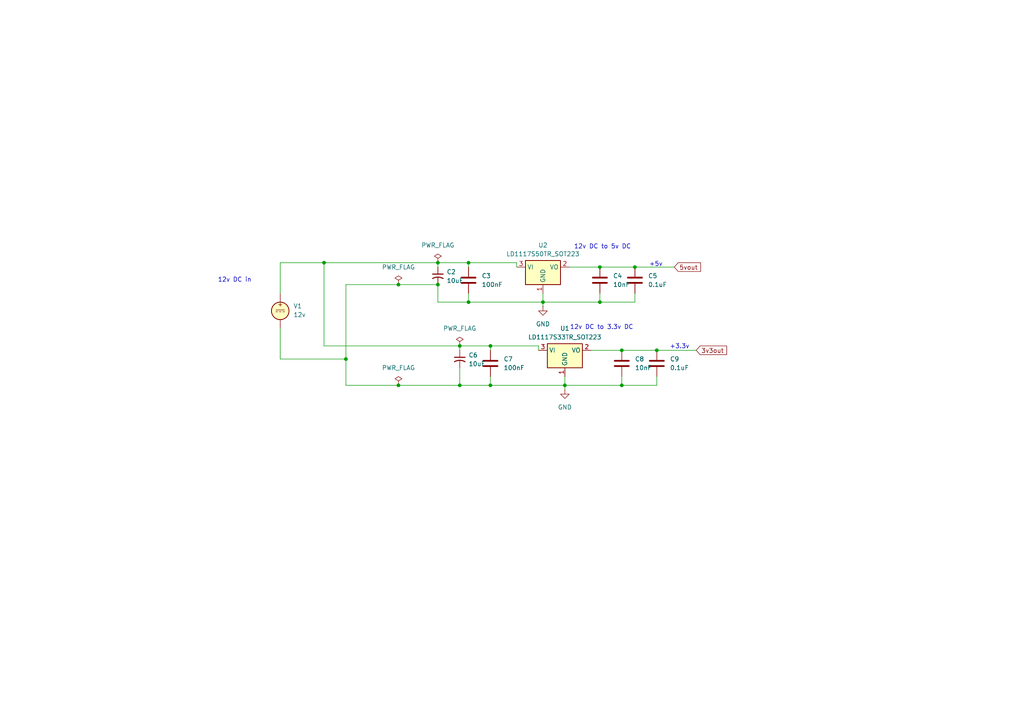
<source format=kicad_sch>
(kicad_sch
	(version 20250114)
	(generator "eeschema")
	(generator_version "9.0")
	(uuid "0ecb9eb0-ef63-46bd-b9e5-ad399128db46")
	(paper "A4")
	(lib_symbols
		(symbol "Device:C"
			(pin_numbers
				(hide yes)
			)
			(pin_names
				(offset 0.254)
			)
			(exclude_from_sim no)
			(in_bom yes)
			(on_board yes)
			(property "Reference" "C"
				(at 0.635 2.54 0)
				(effects
					(font
						(size 1.27 1.27)
					)
					(justify left)
				)
			)
			(property "Value" "C"
				(at 0.635 -2.54 0)
				(effects
					(font
						(size 1.27 1.27)
					)
					(justify left)
				)
			)
			(property "Footprint" ""
				(at 0.9652 -3.81 0)
				(effects
					(font
						(size 1.27 1.27)
					)
					(hide yes)
				)
			)
			(property "Datasheet" "~"
				(at 0 0 0)
				(effects
					(font
						(size 1.27 1.27)
					)
					(hide yes)
				)
			)
			(property "Description" "Unpolarized capacitor"
				(at 0 0 0)
				(effects
					(font
						(size 1.27 1.27)
					)
					(hide yes)
				)
			)
			(property "ki_keywords" "cap capacitor"
				(at 0 0 0)
				(effects
					(font
						(size 1.27 1.27)
					)
					(hide yes)
				)
			)
			(property "ki_fp_filters" "C_*"
				(at 0 0 0)
				(effects
					(font
						(size 1.27 1.27)
					)
					(hide yes)
				)
			)
			(symbol "C_0_1"
				(polyline
					(pts
						(xy -2.032 0.762) (xy 2.032 0.762)
					)
					(stroke
						(width 0.508)
						(type default)
					)
					(fill
						(type none)
					)
				)
				(polyline
					(pts
						(xy -2.032 -0.762) (xy 2.032 -0.762)
					)
					(stroke
						(width 0.508)
						(type default)
					)
					(fill
						(type none)
					)
				)
			)
			(symbol "C_1_1"
				(pin passive line
					(at 0 3.81 270)
					(length 2.794)
					(name "~"
						(effects
							(font
								(size 1.27 1.27)
							)
						)
					)
					(number "1"
						(effects
							(font
								(size 1.27 1.27)
							)
						)
					)
				)
				(pin passive line
					(at 0 -3.81 90)
					(length 2.794)
					(name "~"
						(effects
							(font
								(size 1.27 1.27)
							)
						)
					)
					(number "2"
						(effects
							(font
								(size 1.27 1.27)
							)
						)
					)
				)
			)
			(embedded_fonts no)
		)
		(symbol "Device:C_Small_US"
			(pin_numbers
				(hide yes)
			)
			(pin_names
				(offset 0.254)
				(hide yes)
			)
			(exclude_from_sim no)
			(in_bom yes)
			(on_board yes)
			(property "Reference" "C"
				(at 0.254 1.778 0)
				(effects
					(font
						(size 1.27 1.27)
					)
					(justify left)
				)
			)
			(property "Value" "C_Small_US"
				(at 0.254 -2.032 0)
				(effects
					(font
						(size 1.27 1.27)
					)
					(justify left)
				)
			)
			(property "Footprint" ""
				(at 0 0 0)
				(effects
					(font
						(size 1.27 1.27)
					)
					(hide yes)
				)
			)
			(property "Datasheet" ""
				(at 0 0 0)
				(effects
					(font
						(size 1.27 1.27)
					)
					(hide yes)
				)
			)
			(property "Description" "capacitor, small US symbol"
				(at 0 0 0)
				(effects
					(font
						(size 1.27 1.27)
					)
					(hide yes)
				)
			)
			(property "ki_keywords" "cap capacitor"
				(at 0 0 0)
				(effects
					(font
						(size 1.27 1.27)
					)
					(hide yes)
				)
			)
			(property "ki_fp_filters" "C_*"
				(at 0 0 0)
				(effects
					(font
						(size 1.27 1.27)
					)
					(hide yes)
				)
			)
			(symbol "C_Small_US_0_1"
				(polyline
					(pts
						(xy -1.524 0.508) (xy 1.524 0.508)
					)
					(stroke
						(width 0.3048)
						(type default)
					)
					(fill
						(type none)
					)
				)
				(arc
					(start -1.524 -0.762)
					(mid 0 -0.3734)
					(end 1.524 -0.762)
					(stroke
						(width 0.3048)
						(type default)
					)
					(fill
						(type none)
					)
				)
			)
			(symbol "C_Small_US_1_1"
				(pin passive line
					(at 0 2.54 270)
					(length 2.032)
					(name "~"
						(effects
							(font
								(size 1.27 1.27)
							)
						)
					)
					(number "1"
						(effects
							(font
								(size 1.27 1.27)
							)
						)
					)
				)
				(pin passive line
					(at 0 -2.54 90)
					(length 2.032)
					(name "~"
						(effects
							(font
								(size 1.27 1.27)
							)
						)
					)
					(number "2"
						(effects
							(font
								(size 1.27 1.27)
							)
						)
					)
				)
			)
			(embedded_fonts no)
		)
		(symbol "Regulator_Linear:LD1117S33TR_SOT223"
			(exclude_from_sim no)
			(in_bom yes)
			(on_board yes)
			(property "Reference" "U"
				(at -3.81 3.175 0)
				(effects
					(font
						(size 1.27 1.27)
					)
				)
			)
			(property "Value" "LD1117S33TR_SOT223"
				(at 0 3.175 0)
				(effects
					(font
						(size 1.27 1.27)
					)
					(justify left)
				)
			)
			(property "Footprint" "Package_TO_SOT_SMD:SOT-223-3_TabPin2"
				(at 0 5.08 0)
				(effects
					(font
						(size 1.27 1.27)
					)
					(hide yes)
				)
			)
			(property "Datasheet" "http://www.st.com/st-web-ui/static/active/en/resource/technical/document/datasheet/CD00000544.pdf"
				(at 2.54 -6.35 0)
				(effects
					(font
						(size 1.27 1.27)
					)
					(hide yes)
				)
			)
			(property "Description" "800mA Fixed Low Drop Positive Voltage Regulator, Fixed Output 3.3V, SOT-223"
				(at 0 0 0)
				(effects
					(font
						(size 1.27 1.27)
					)
					(hide yes)
				)
			)
			(property "ki_keywords" "REGULATOR LDO 3.3V"
				(at 0 0 0)
				(effects
					(font
						(size 1.27 1.27)
					)
					(hide yes)
				)
			)
			(property "ki_fp_filters" "SOT?223*TabPin2*"
				(at 0 0 0)
				(effects
					(font
						(size 1.27 1.27)
					)
					(hide yes)
				)
			)
			(symbol "LD1117S33TR_SOT223_0_1"
				(rectangle
					(start -5.08 -5.08)
					(end 5.08 1.905)
					(stroke
						(width 0.254)
						(type default)
					)
					(fill
						(type background)
					)
				)
			)
			(symbol "LD1117S33TR_SOT223_1_1"
				(pin power_in line
					(at -7.62 0 0)
					(length 2.54)
					(name "VI"
						(effects
							(font
								(size 1.27 1.27)
							)
						)
					)
					(number "3"
						(effects
							(font
								(size 1.27 1.27)
							)
						)
					)
				)
				(pin power_in line
					(at 0 -7.62 90)
					(length 2.54)
					(name "GND"
						(effects
							(font
								(size 1.27 1.27)
							)
						)
					)
					(number "1"
						(effects
							(font
								(size 1.27 1.27)
							)
						)
					)
				)
				(pin power_out line
					(at 7.62 0 180)
					(length 2.54)
					(name "VO"
						(effects
							(font
								(size 1.27 1.27)
							)
						)
					)
					(number "2"
						(effects
							(font
								(size 1.27 1.27)
							)
						)
					)
				)
			)
			(embedded_fonts no)
		)
		(symbol "Regulator_Linear:LD1117S50TR_SOT223"
			(exclude_from_sim no)
			(in_bom yes)
			(on_board yes)
			(property "Reference" "U"
				(at -3.81 3.175 0)
				(effects
					(font
						(size 1.27 1.27)
					)
				)
			)
			(property "Value" "LD1117S50TR_SOT223"
				(at 0 3.175 0)
				(effects
					(font
						(size 1.27 1.27)
					)
					(justify left)
				)
			)
			(property "Footprint" "Package_TO_SOT_SMD:SOT-223-3_TabPin2"
				(at 0 5.08 0)
				(effects
					(font
						(size 1.27 1.27)
					)
					(hide yes)
				)
			)
			(property "Datasheet" "http://www.st.com/st-web-ui/static/active/en/resource/technical/document/datasheet/CD00000544.pdf"
				(at 2.54 -6.35 0)
				(effects
					(font
						(size 1.27 1.27)
					)
					(hide yes)
				)
			)
			(property "Description" "800mA Fixed Low Drop Positive Voltage Regulator, Fixed Output 5.0V, SOT-223"
				(at 0 0 0)
				(effects
					(font
						(size 1.27 1.27)
					)
					(hide yes)
				)
			)
			(property "ki_keywords" "REGULATOR LDO 5.0V"
				(at 0 0 0)
				(effects
					(font
						(size 1.27 1.27)
					)
					(hide yes)
				)
			)
			(property "ki_fp_filters" "SOT?223*TabPin2*"
				(at 0 0 0)
				(effects
					(font
						(size 1.27 1.27)
					)
					(hide yes)
				)
			)
			(symbol "LD1117S50TR_SOT223_0_1"
				(rectangle
					(start -5.08 -5.08)
					(end 5.08 1.905)
					(stroke
						(width 0.254)
						(type default)
					)
					(fill
						(type background)
					)
				)
			)
			(symbol "LD1117S50TR_SOT223_1_1"
				(pin power_in line
					(at -7.62 0 0)
					(length 2.54)
					(name "VI"
						(effects
							(font
								(size 1.27 1.27)
							)
						)
					)
					(number "3"
						(effects
							(font
								(size 1.27 1.27)
							)
						)
					)
				)
				(pin power_in line
					(at 0 -7.62 90)
					(length 2.54)
					(name "GND"
						(effects
							(font
								(size 1.27 1.27)
							)
						)
					)
					(number "1"
						(effects
							(font
								(size 1.27 1.27)
							)
						)
					)
				)
				(pin power_out line
					(at 7.62 0 180)
					(length 2.54)
					(name "VO"
						(effects
							(font
								(size 1.27 1.27)
							)
						)
					)
					(number "2"
						(effects
							(font
								(size 1.27 1.27)
							)
						)
					)
				)
			)
			(embedded_fonts no)
		)
		(symbol "Simulation_SPICE:VDC"
			(pin_numbers
				(hide yes)
			)
			(pin_names
				(offset 0.0254)
			)
			(exclude_from_sim no)
			(in_bom yes)
			(on_board yes)
			(property "Reference" "V"
				(at 2.54 2.54 0)
				(effects
					(font
						(size 1.27 1.27)
					)
					(justify left)
				)
			)
			(property "Value" "1"
				(at 2.54 0 0)
				(effects
					(font
						(size 1.27 1.27)
					)
					(justify left)
				)
			)
			(property "Footprint" ""
				(at 0 0 0)
				(effects
					(font
						(size 1.27 1.27)
					)
					(hide yes)
				)
			)
			(property "Datasheet" "https://ngspice.sourceforge.io/docs/ngspice-html-manual/manual.xhtml#sec_Independent_Sources_for"
				(at 0 0 0)
				(effects
					(font
						(size 1.27 1.27)
					)
					(hide yes)
				)
			)
			(property "Description" "Voltage source, DC"
				(at 0 0 0)
				(effects
					(font
						(size 1.27 1.27)
					)
					(hide yes)
				)
			)
			(property "Sim.Pins" "1=+ 2=-"
				(at 0 0 0)
				(effects
					(font
						(size 1.27 1.27)
					)
					(hide yes)
				)
			)
			(property "Sim.Type" "DC"
				(at 0 0 0)
				(effects
					(font
						(size 1.27 1.27)
					)
					(hide yes)
				)
			)
			(property "Sim.Device" "V"
				(at 0 0 0)
				(effects
					(font
						(size 1.27 1.27)
					)
					(justify left)
					(hide yes)
				)
			)
			(property "ki_keywords" "simulation"
				(at 0 0 0)
				(effects
					(font
						(size 1.27 1.27)
					)
					(hide yes)
				)
			)
			(symbol "VDC_0_0"
				(polyline
					(pts
						(xy -1.27 0.254) (xy 1.27 0.254)
					)
					(stroke
						(width 0)
						(type default)
					)
					(fill
						(type none)
					)
				)
				(polyline
					(pts
						(xy -0.762 -0.254) (xy -1.27 -0.254)
					)
					(stroke
						(width 0)
						(type default)
					)
					(fill
						(type none)
					)
				)
				(polyline
					(pts
						(xy 0.254 -0.254) (xy -0.254 -0.254)
					)
					(stroke
						(width 0)
						(type default)
					)
					(fill
						(type none)
					)
				)
				(polyline
					(pts
						(xy 1.27 -0.254) (xy 0.762 -0.254)
					)
					(stroke
						(width 0)
						(type default)
					)
					(fill
						(type none)
					)
				)
				(text "+"
					(at 0 1.905 0)
					(effects
						(font
							(size 1.27 1.27)
						)
					)
				)
			)
			(symbol "VDC_0_1"
				(circle
					(center 0 0)
					(radius 2.54)
					(stroke
						(width 0.254)
						(type default)
					)
					(fill
						(type background)
					)
				)
			)
			(symbol "VDC_1_1"
				(pin passive line
					(at 0 5.08 270)
					(length 2.54)
					(name "~"
						(effects
							(font
								(size 1.27 1.27)
							)
						)
					)
					(number "1"
						(effects
							(font
								(size 1.27 1.27)
							)
						)
					)
				)
				(pin passive line
					(at 0 -5.08 90)
					(length 2.54)
					(name "~"
						(effects
							(font
								(size 1.27 1.27)
							)
						)
					)
					(number "2"
						(effects
							(font
								(size 1.27 1.27)
							)
						)
					)
				)
			)
			(embedded_fonts no)
		)
		(symbol "power:GND"
			(power)
			(pin_numbers
				(hide yes)
			)
			(pin_names
				(offset 0)
				(hide yes)
			)
			(exclude_from_sim no)
			(in_bom yes)
			(on_board yes)
			(property "Reference" "#PWR"
				(at 0 -6.35 0)
				(effects
					(font
						(size 1.27 1.27)
					)
					(hide yes)
				)
			)
			(property "Value" "GND"
				(at 0 -3.81 0)
				(effects
					(font
						(size 1.27 1.27)
					)
				)
			)
			(property "Footprint" ""
				(at 0 0 0)
				(effects
					(font
						(size 1.27 1.27)
					)
					(hide yes)
				)
			)
			(property "Datasheet" ""
				(at 0 0 0)
				(effects
					(font
						(size 1.27 1.27)
					)
					(hide yes)
				)
			)
			(property "Description" "Power symbol creates a global label with name \"GND\" , ground"
				(at 0 0 0)
				(effects
					(font
						(size 1.27 1.27)
					)
					(hide yes)
				)
			)
			(property "ki_keywords" "global power"
				(at 0 0 0)
				(effects
					(font
						(size 1.27 1.27)
					)
					(hide yes)
				)
			)
			(symbol "GND_0_1"
				(polyline
					(pts
						(xy 0 0) (xy 0 -1.27) (xy 1.27 -1.27) (xy 0 -2.54) (xy -1.27 -1.27) (xy 0 -1.27)
					)
					(stroke
						(width 0)
						(type default)
					)
					(fill
						(type none)
					)
				)
			)
			(symbol "GND_1_1"
				(pin power_in line
					(at 0 0 270)
					(length 0)
					(name "~"
						(effects
							(font
								(size 1.27 1.27)
							)
						)
					)
					(number "1"
						(effects
							(font
								(size 1.27 1.27)
							)
						)
					)
				)
			)
			(embedded_fonts no)
		)
		(symbol "power:PWR_FLAG"
			(power)
			(pin_numbers
				(hide yes)
			)
			(pin_names
				(offset 0)
				(hide yes)
			)
			(exclude_from_sim no)
			(in_bom yes)
			(on_board yes)
			(property "Reference" "#FLG"
				(at 0 1.905 0)
				(effects
					(font
						(size 1.27 1.27)
					)
					(hide yes)
				)
			)
			(property "Value" "PWR_FLAG"
				(at 0 3.81 0)
				(effects
					(font
						(size 1.27 1.27)
					)
				)
			)
			(property "Footprint" ""
				(at 0 0 0)
				(effects
					(font
						(size 1.27 1.27)
					)
					(hide yes)
				)
			)
			(property "Datasheet" "~"
				(at 0 0 0)
				(effects
					(font
						(size 1.27 1.27)
					)
					(hide yes)
				)
			)
			(property "Description" "Special symbol for telling ERC where power comes from"
				(at 0 0 0)
				(effects
					(font
						(size 1.27 1.27)
					)
					(hide yes)
				)
			)
			(property "ki_keywords" "flag power"
				(at 0 0 0)
				(effects
					(font
						(size 1.27 1.27)
					)
					(hide yes)
				)
			)
			(symbol "PWR_FLAG_0_0"
				(pin power_out line
					(at 0 0 90)
					(length 0)
					(name "~"
						(effects
							(font
								(size 1.27 1.27)
							)
						)
					)
					(number "1"
						(effects
							(font
								(size 1.27 1.27)
							)
						)
					)
				)
			)
			(symbol "PWR_FLAG_0_1"
				(polyline
					(pts
						(xy 0 0) (xy 0 1.27) (xy -1.016 1.905) (xy 0 2.54) (xy 1.016 1.905) (xy 0 1.27)
					)
					(stroke
						(width 0)
						(type default)
					)
					(fill
						(type none)
					)
				)
			)
			(embedded_fonts no)
		)
	)
	(text "+5v"
		(exclude_from_sim no)
		(at 190.246 76.708 0)
		(effects
			(font
				(size 1.27 1.27)
			)
		)
		(uuid "1135fb1f-cfec-418e-980f-ba2a7409ba90")
	)
	(text "12v DC to 3.3v DC"
		(exclude_from_sim no)
		(at 174.498 94.996 0)
		(effects
			(font
				(size 1.27 1.27)
			)
		)
		(uuid "59966693-469e-4617-b9c0-9f35e265dec8")
	)
	(text "+3.3v"
		(exclude_from_sim no)
		(at 197.104 100.584 0)
		(effects
			(font
				(size 1.27 1.27)
			)
		)
		(uuid "76a330c6-e869-4a3a-88d9-5355675291b5")
	)
	(text "12v DC to 5v DC"
		(exclude_from_sim no)
		(at 174.752 71.628 0)
		(effects
			(font
				(size 1.27 1.27)
			)
		)
		(uuid "8303abd0-ec24-411d-a39e-a6a8bfe9cc6e")
	)
	(text "12v DC in"
		(exclude_from_sim no)
		(at 68.072 81.28 0)
		(effects
			(font
				(size 1.27 1.27)
			)
		)
		(uuid "e05c8647-6f55-48aa-9892-6235c71a2dae")
	)
	(junction
		(at 133.35 111.76)
		(diameter 0)
		(color 0 0 0 0)
		(uuid "00248dab-00d0-4c8c-9e58-84329bd82a56")
	)
	(junction
		(at 142.24 100.33)
		(diameter 0)
		(color 0 0 0 0)
		(uuid "103c5ad8-244e-4814-b0c5-1c7ac92e6f79")
	)
	(junction
		(at 135.89 76.2)
		(diameter 0)
		(color 0 0 0 0)
		(uuid "13248665-343e-417b-b7c5-52cc1277e50c")
	)
	(junction
		(at 142.24 111.76)
		(diameter 0)
		(color 0 0 0 0)
		(uuid "17df1836-324a-4009-95c1-6b3a37598649")
	)
	(junction
		(at 190.5 101.6)
		(diameter 0)
		(color 0 0 0 0)
		(uuid "23ec1e1b-7e73-4f97-8772-9c364d71c7a6")
	)
	(junction
		(at 173.99 87.63)
		(diameter 0)
		(color 0 0 0 0)
		(uuid "27a1a7cf-a5ae-4165-a767-e54eca182463")
	)
	(junction
		(at 133.35 100.33)
		(diameter 0)
		(color 0 0 0 0)
		(uuid "2cfe9ed4-8929-4d41-aa6e-7c97e22fccb4")
	)
	(junction
		(at 93.98 76.2)
		(diameter 0)
		(color 0 0 0 0)
		(uuid "35efd51f-27b5-46bf-8812-4d49a56ac7a1")
	)
	(junction
		(at 180.34 111.76)
		(diameter 0)
		(color 0 0 0 0)
		(uuid "3ad95276-4dee-48d3-b87e-b6746b97b6ef")
	)
	(junction
		(at 135.89 87.63)
		(diameter 0)
		(color 0 0 0 0)
		(uuid "3df3d9aa-45d8-4a67-bb48-ee43d3c6fd39")
	)
	(junction
		(at 115.57 111.76)
		(diameter 0)
		(color 0 0 0 0)
		(uuid "4b3cb2c4-a2ed-4b88-8c6c-cf09f111bd80")
	)
	(junction
		(at 184.15 77.47)
		(diameter 0)
		(color 0 0 0 0)
		(uuid "6ef3606f-5370-41f8-b5e5-5f0294871de8")
	)
	(junction
		(at 115.57 82.55)
		(diameter 0)
		(color 0 0 0 0)
		(uuid "6fa10c13-e3ce-414b-940b-8d5e8ee87c26")
	)
	(junction
		(at 173.99 77.47)
		(diameter 0)
		(color 0 0 0 0)
		(uuid "7a6aa033-4273-4c7f-8d04-acd652cec003")
	)
	(junction
		(at 163.83 111.76)
		(diameter 0)
		(color 0 0 0 0)
		(uuid "85ded375-c2a4-413f-93e8-45283f75e7a6")
	)
	(junction
		(at 127 76.2)
		(diameter 0)
		(color 0 0 0 0)
		(uuid "95b83f8e-440a-4d31-9664-c4890496b43b")
	)
	(junction
		(at 127 82.55)
		(diameter 0)
		(color 0 0 0 0)
		(uuid "aeb1114a-7ab3-49b2-9b18-464167647e34")
	)
	(junction
		(at 100.33 104.14)
		(diameter 0)
		(color 0 0 0 0)
		(uuid "b0686603-f69e-4b91-b067-5eb343525c32")
	)
	(junction
		(at 180.34 101.6)
		(diameter 0)
		(color 0 0 0 0)
		(uuid "e01986f2-d75a-415d-bc2c-ab289e5cc5e7")
	)
	(junction
		(at 157.48 87.63)
		(diameter 0)
		(color 0 0 0 0)
		(uuid "fcfeb639-fc05-45d6-8c9a-0739f1219bd3")
	)
	(wire
		(pts
			(xy 190.5 109.22) (xy 190.5 111.76)
		)
		(stroke
			(width 0)
			(type default)
		)
		(uuid "0059f17b-b5a6-4f1e-a80f-3fd472dcd6e2")
	)
	(wire
		(pts
			(xy 184.15 77.47) (xy 195.58 77.47)
		)
		(stroke
			(width 0)
			(type default)
		)
		(uuid "028ca65b-7a79-4c9f-b90f-4fcc4d26fc25")
	)
	(wire
		(pts
			(xy 93.98 76.2) (xy 127 76.2)
		)
		(stroke
			(width 0)
			(type default)
		)
		(uuid "0381d713-b199-4bd9-b80b-3ac677c498df")
	)
	(wire
		(pts
			(xy 135.89 87.63) (xy 157.48 87.63)
		)
		(stroke
			(width 0)
			(type default)
		)
		(uuid "04647b05-0efd-440d-a9dc-1dc9c814054b")
	)
	(wire
		(pts
			(xy 115.57 111.76) (xy 100.33 111.76)
		)
		(stroke
			(width 0)
			(type default)
		)
		(uuid "074876c2-04a0-4357-9d4c-4c9ca3716010")
	)
	(wire
		(pts
			(xy 157.48 85.09) (xy 157.48 87.63)
		)
		(stroke
			(width 0)
			(type default)
		)
		(uuid "0cb4e79a-4169-44c2-a4e7-c44d0eb2bcfe")
	)
	(wire
		(pts
			(xy 135.89 85.09) (xy 135.89 87.63)
		)
		(stroke
			(width 0)
			(type default)
		)
		(uuid "0dc32632-78b0-43d1-a744-fdb389f8b5e2")
	)
	(wire
		(pts
			(xy 156.21 101.6) (xy 156.21 100.33)
		)
		(stroke
			(width 0)
			(type default)
		)
		(uuid "1358b5e7-5dc7-429f-b516-6d3a204c7379")
	)
	(wire
		(pts
			(xy 100.33 82.55) (xy 115.57 82.55)
		)
		(stroke
			(width 0)
			(type default)
		)
		(uuid "1e807818-01a0-4fa9-924e-7180aedce312")
	)
	(wire
		(pts
			(xy 149.86 77.47) (xy 149.86 76.2)
		)
		(stroke
			(width 0)
			(type default)
		)
		(uuid "1f0c0158-e158-4168-b84a-ec05138c1913")
	)
	(wire
		(pts
			(xy 142.24 111.76) (xy 163.83 111.76)
		)
		(stroke
			(width 0)
			(type default)
		)
		(uuid "23bb0476-9b77-4168-96c6-998cf99a7c8f")
	)
	(wire
		(pts
			(xy 133.35 111.76) (xy 142.24 111.76)
		)
		(stroke
			(width 0)
			(type default)
		)
		(uuid "2b5a3345-3d71-4097-a188-d432cdea0e60")
	)
	(wire
		(pts
			(xy 190.5 111.76) (xy 180.34 111.76)
		)
		(stroke
			(width 0)
			(type default)
		)
		(uuid "2bbdba92-bc7a-4522-b573-0a884fb6e6a4")
	)
	(wire
		(pts
			(xy 100.33 82.55) (xy 100.33 104.14)
		)
		(stroke
			(width 0)
			(type default)
		)
		(uuid "382d760e-1e24-475f-820a-c5e4a522522d")
	)
	(wire
		(pts
			(xy 127 82.55) (xy 127 87.63)
		)
		(stroke
			(width 0)
			(type default)
		)
		(uuid "3cea82bd-8e0e-4304-baee-c964058ec87b")
	)
	(wire
		(pts
			(xy 135.89 76.2) (xy 149.86 76.2)
		)
		(stroke
			(width 0)
			(type default)
		)
		(uuid "3e303e30-0574-417a-8ab0-8c28e74e6943")
	)
	(wire
		(pts
			(xy 127 76.2) (xy 127 77.47)
		)
		(stroke
			(width 0)
			(type default)
		)
		(uuid "4c177a2e-500a-492c-b5eb-8d0386f44443")
	)
	(wire
		(pts
			(xy 163.83 111.76) (xy 163.83 113.03)
		)
		(stroke
			(width 0)
			(type default)
		)
		(uuid "50d4f83c-b49f-4aff-8f2d-66a25874d174")
	)
	(wire
		(pts
			(xy 135.89 76.2) (xy 127 76.2)
		)
		(stroke
			(width 0)
			(type default)
		)
		(uuid "531f801e-2788-4530-8687-122375177bdc")
	)
	(wire
		(pts
			(xy 135.89 77.47) (xy 135.89 76.2)
		)
		(stroke
			(width 0)
			(type default)
		)
		(uuid "5895fc8d-37e8-4bc8-a2a2-5a88a9e5afe1")
	)
	(wire
		(pts
			(xy 93.98 100.33) (xy 133.35 100.33)
		)
		(stroke
			(width 0)
			(type default)
		)
		(uuid "5e59ef98-11be-48dd-8ff3-999baaa8830f")
	)
	(wire
		(pts
			(xy 184.15 85.09) (xy 184.15 87.63)
		)
		(stroke
			(width 0)
			(type default)
		)
		(uuid "5eec5585-5619-4524-abcc-4d93cdc3e650")
	)
	(wire
		(pts
			(xy 100.33 111.76) (xy 100.33 104.14)
		)
		(stroke
			(width 0)
			(type default)
		)
		(uuid "665be9de-ae9e-4990-bc09-8f9384680b65")
	)
	(wire
		(pts
			(xy 180.34 111.76) (xy 163.83 111.76)
		)
		(stroke
			(width 0)
			(type default)
		)
		(uuid "8035d653-f4f2-42c4-ab8d-3e760efea259")
	)
	(wire
		(pts
			(xy 180.34 101.6) (xy 190.5 101.6)
		)
		(stroke
			(width 0)
			(type default)
		)
		(uuid "827324a3-347a-4527-872e-3dc5326dd038")
	)
	(wire
		(pts
			(xy 133.35 111.76) (xy 115.57 111.76)
		)
		(stroke
			(width 0)
			(type default)
		)
		(uuid "8f8cfda1-8e7f-4d88-9e7f-3072319b4a99")
	)
	(wire
		(pts
			(xy 142.24 100.33) (xy 156.21 100.33)
		)
		(stroke
			(width 0)
			(type default)
		)
		(uuid "a49f0817-a29a-46a2-8f46-cb277efbd71a")
	)
	(wire
		(pts
			(xy 142.24 109.22) (xy 142.24 111.76)
		)
		(stroke
			(width 0)
			(type default)
		)
		(uuid "a54c621a-7cf8-4240-a47b-7a98c634215c")
	)
	(wire
		(pts
			(xy 165.1 77.47) (xy 173.99 77.47)
		)
		(stroke
			(width 0)
			(type default)
		)
		(uuid "a5b17e95-e8c2-4bc9-bd35-34cc127d205f")
	)
	(wire
		(pts
			(xy 173.99 87.63) (xy 157.48 87.63)
		)
		(stroke
			(width 0)
			(type default)
		)
		(uuid "a927a680-fb9e-449e-8526-e050ba66a2d0")
	)
	(wire
		(pts
			(xy 173.99 85.09) (xy 173.99 87.63)
		)
		(stroke
			(width 0)
			(type default)
		)
		(uuid "b5ef1b8b-6508-449c-9a67-8e3c261d4f67")
	)
	(wire
		(pts
			(xy 81.28 76.2) (xy 81.28 85.09)
		)
		(stroke
			(width 0)
			(type default)
		)
		(uuid "c1721e8b-1c7d-433f-9435-7aa4f4d8e60e")
	)
	(wire
		(pts
			(xy 142.24 100.33) (xy 133.35 100.33)
		)
		(stroke
			(width 0)
			(type default)
		)
		(uuid "c9425341-eb72-4a65-ad70-cadb6311c8f9")
	)
	(wire
		(pts
			(xy 115.57 82.55) (xy 127 82.55)
		)
		(stroke
			(width 0)
			(type default)
		)
		(uuid "cea5b02f-d8e7-48fd-9f8b-4e3127f4ddb0")
	)
	(wire
		(pts
			(xy 81.28 76.2) (xy 93.98 76.2)
		)
		(stroke
			(width 0)
			(type default)
		)
		(uuid "d09b1945-4083-482e-aa54-6690a339f26e")
	)
	(wire
		(pts
			(xy 163.83 109.22) (xy 163.83 111.76)
		)
		(stroke
			(width 0)
			(type default)
		)
		(uuid "d262033f-122b-4830-89cd-7d755fa12017")
	)
	(wire
		(pts
			(xy 127 87.63) (xy 135.89 87.63)
		)
		(stroke
			(width 0)
			(type default)
		)
		(uuid "d6f64378-dc91-4776-84b3-cb364ef92cb4")
	)
	(wire
		(pts
			(xy 100.33 104.14) (xy 81.28 104.14)
		)
		(stroke
			(width 0)
			(type default)
		)
		(uuid "dc450654-9b4f-4bfd-a4bd-361fd75a0193")
	)
	(wire
		(pts
			(xy 190.5 101.6) (xy 201.93 101.6)
		)
		(stroke
			(width 0)
			(type default)
		)
		(uuid "e20a05a5-9437-4599-b9fa-31828856a083")
	)
	(wire
		(pts
			(xy 93.98 76.2) (xy 93.98 100.33)
		)
		(stroke
			(width 0)
			(type default)
		)
		(uuid "e3108998-edea-45a8-8918-a469dca7131b")
	)
	(wire
		(pts
			(xy 133.35 106.68) (xy 133.35 111.76)
		)
		(stroke
			(width 0)
			(type default)
		)
		(uuid "e47dbb23-d435-4cfb-a7f4-d41413d81099")
	)
	(wire
		(pts
			(xy 142.24 101.6) (xy 142.24 100.33)
		)
		(stroke
			(width 0)
			(type default)
		)
		(uuid "eba81ef6-f962-46e4-9413-d76e0f40e425")
	)
	(wire
		(pts
			(xy 81.28 95.25) (xy 81.28 104.14)
		)
		(stroke
			(width 0)
			(type default)
		)
		(uuid "ecc3b115-5a84-4e54-9262-08eb784945ad")
	)
	(wire
		(pts
			(xy 157.48 87.63) (xy 157.48 88.9)
		)
		(stroke
			(width 0)
			(type default)
		)
		(uuid "ee647acc-004f-4927-9e6f-ab9656452731")
	)
	(wire
		(pts
			(xy 180.34 109.22) (xy 180.34 111.76)
		)
		(stroke
			(width 0)
			(type default)
		)
		(uuid "ee84d90f-5749-4f7c-a2e0-222a5857cd7b")
	)
	(wire
		(pts
			(xy 173.99 77.47) (xy 184.15 77.47)
		)
		(stroke
			(width 0)
			(type default)
		)
		(uuid "f16330bc-0f1e-48e5-a168-7862a0c6e472")
	)
	(wire
		(pts
			(xy 171.45 101.6) (xy 180.34 101.6)
		)
		(stroke
			(width 0)
			(type default)
		)
		(uuid "f6ab5bdc-6b5a-4cd3-8371-fbf9ced3fe34")
	)
	(wire
		(pts
			(xy 133.35 100.33) (xy 133.35 101.6)
		)
		(stroke
			(width 0)
			(type default)
		)
		(uuid "f95fd8dd-8512-4532-b084-3934123ddbff")
	)
	(wire
		(pts
			(xy 184.15 87.63) (xy 173.99 87.63)
		)
		(stroke
			(width 0)
			(type default)
		)
		(uuid "fd0975bf-ef1e-4061-a794-4a703fcf4a5d")
	)
	(global_label "5vout"
		(shape input)
		(at 195.58 77.47 0)
		(fields_autoplaced yes)
		(effects
			(font
				(size 1.27 1.27)
			)
			(justify left)
		)
		(uuid "cc1d004d-c013-4c95-89fc-ab1ebbe86cce")
		(property "Intersheetrefs" "${INTERSHEET_REFS}"
			(at 203.766 77.47 0)
			(effects
				(font
					(size 1.27 1.27)
				)
				(justify left)
				(hide yes)
			)
		)
	)
	(global_label "3v3out"
		(shape input)
		(at 201.93 101.6 0)
		(fields_autoplaced yes)
		(effects
			(font
				(size 1.27 1.27)
			)
			(justify left)
		)
		(uuid "cd56ddeb-b2e7-4b4f-be86-f8e72c558d26")
		(property "Intersheetrefs" "${INTERSHEET_REFS}"
			(at 211.3255 101.6 0)
			(effects
				(font
					(size 1.27 1.27)
				)
				(justify left)
				(hide yes)
			)
		)
	)
	(symbol
		(lib_id "Device:C")
		(at 142.24 105.41 0)
		(unit 1)
		(exclude_from_sim no)
		(in_bom yes)
		(on_board yes)
		(dnp no)
		(fields_autoplaced yes)
		(uuid "049b0b03-3aa9-45fb-915d-9b3c09080348")
		(property "Reference" "C7"
			(at 146.05 104.1399 0)
			(effects
				(font
					(size 1.27 1.27)
				)
				(justify left)
			)
		)
		(property "Value" "100nF"
			(at 146.05 106.6799 0)
			(effects
				(font
					(size 1.27 1.27)
				)
				(justify left)
			)
		)
		(property "Footprint" "Capacitor_SMD:C_1206_3216Metric"
			(at 143.2052 109.22 0)
			(effects
				(font
					(size 1.27 1.27)
				)
				(hide yes)
			)
		)
		(property "Datasheet" "~"
			(at 142.24 105.41 0)
			(effects
				(font
					(size 1.27 1.27)
				)
				(hide yes)
			)
		)
		(property "Description" "Unpolarized capacitor"
			(at 142.24 105.41 0)
			(effects
				(font
					(size 1.27 1.27)
				)
				(hide yes)
			)
		)
		(pin "1"
			(uuid "f8b26fb2-07ee-424c-a125-867d2be21908")
		)
		(pin "2"
			(uuid "5f77b97c-7cad-4ba7-badc-de452c826d60")
		)
		(instances
			(project "bipolar_powersupply_simulation"
				(path "/0ecb9eb0-ef63-46bd-b9e5-ad399128db46"
					(reference "C7")
					(unit 1)
				)
			)
		)
	)
	(symbol
		(lib_id "Device:C")
		(at 135.89 81.28 0)
		(unit 1)
		(exclude_from_sim no)
		(in_bom yes)
		(on_board yes)
		(dnp no)
		(fields_autoplaced yes)
		(uuid "04fda260-d097-4f6c-85ff-25466da6b020")
		(property "Reference" "C3"
			(at 139.7 80.0099 0)
			(effects
				(font
					(size 1.27 1.27)
				)
				(justify left)
			)
		)
		(property "Value" "100nF"
			(at 139.7 82.5499 0)
			(effects
				(font
					(size 1.27 1.27)
				)
				(justify left)
			)
		)
		(property "Footprint" "Capacitor_SMD:C_1206_3216Metric"
			(at 136.8552 85.09 0)
			(effects
				(font
					(size 1.27 1.27)
				)
				(hide yes)
			)
		)
		(property "Datasheet" "~"
			(at 135.89 81.28 0)
			(effects
				(font
					(size 1.27 1.27)
				)
				(hide yes)
			)
		)
		(property "Description" "Unpolarized capacitor"
			(at 135.89 81.28 0)
			(effects
				(font
					(size 1.27 1.27)
				)
				(hide yes)
			)
		)
		(pin "1"
			(uuid "91994dd2-296e-4ebd-a3dc-9cbe173e0af8")
		)
		(pin "2"
			(uuid "d40b6e10-bad4-4df3-b432-e92ff41910b9")
		)
		(instances
			(project "bipolar_powersupply_simulation"
				(path "/0ecb9eb0-ef63-46bd-b9e5-ad399128db46"
					(reference "C3")
					(unit 1)
				)
			)
		)
	)
	(symbol
		(lib_id "Device:C")
		(at 173.99 81.28 0)
		(unit 1)
		(exclude_from_sim no)
		(in_bom yes)
		(on_board yes)
		(dnp no)
		(fields_autoplaced yes)
		(uuid "10befd08-c9ea-4417-b187-bf788f7d06bf")
		(property "Reference" "C4"
			(at 177.8 80.0099 0)
			(effects
				(font
					(size 1.27 1.27)
				)
				(justify left)
			)
		)
		(property "Value" "10nF"
			(at 177.8 82.5499 0)
			(effects
				(font
					(size 1.27 1.27)
				)
				(justify left)
			)
		)
		(property "Footprint" "Capacitor_SMD:C_1206_3216Metric"
			(at 174.9552 85.09 0)
			(effects
				(font
					(size 1.27 1.27)
				)
				(hide yes)
			)
		)
		(property "Datasheet" "~"
			(at 173.99 81.28 0)
			(effects
				(font
					(size 1.27 1.27)
				)
				(hide yes)
			)
		)
		(property "Description" "Unpolarized capacitor"
			(at 173.99 81.28 0)
			(effects
				(font
					(size 1.27 1.27)
				)
				(hide yes)
			)
		)
		(pin "1"
			(uuid "b060011c-6db0-473d-aa25-b33e74806d7c")
		)
		(pin "2"
			(uuid "1db2eefc-6d19-4c79-b302-f792ad24a62b")
		)
		(instances
			(project "bipolar_powersupply_simulation"
				(path "/0ecb9eb0-ef63-46bd-b9e5-ad399128db46"
					(reference "C4")
					(unit 1)
				)
			)
		)
	)
	(symbol
		(lib_id "Device:C_Small_US")
		(at 133.35 104.14 0)
		(unit 1)
		(exclude_from_sim no)
		(in_bom yes)
		(on_board yes)
		(dnp no)
		(fields_autoplaced yes)
		(uuid "15546e54-8877-454a-8473-087c225efd67")
		(property "Reference" "C6"
			(at 135.89 102.9969 0)
			(effects
				(font
					(size 1.27 1.27)
				)
				(justify left)
			)
		)
		(property "Value" "10uF"
			(at 135.89 105.5369 0)
			(effects
				(font
					(size 1.27 1.27)
				)
				(justify left)
			)
		)
		(property "Footprint" "Capacitor_SMD:C_1206_3216Metric"
			(at 133.35 104.14 0)
			(effects
				(font
					(size 1.27 1.27)
				)
				(hide yes)
			)
		)
		(property "Datasheet" ""
			(at 133.35 104.14 0)
			(effects
				(font
					(size 1.27 1.27)
				)
				(hide yes)
			)
		)
		(property "Description" "capacitor, small US symbol"
			(at 133.35 104.14 0)
			(effects
				(font
					(size 1.27 1.27)
				)
				(hide yes)
			)
		)
		(pin "1"
			(uuid "a1ea2a9f-6591-44b1-b71e-c8441583144e")
		)
		(pin "2"
			(uuid "e6cfcf35-0fde-4eee-81d7-66029c0ee75e")
		)
		(instances
			(project "bipolar_powersupply_simulation"
				(path "/0ecb9eb0-ef63-46bd-b9e5-ad399128db46"
					(reference "C6")
					(unit 1)
				)
			)
		)
	)
	(symbol
		(lib_id "power:GND")
		(at 163.83 113.03 0)
		(unit 1)
		(exclude_from_sim no)
		(in_bom yes)
		(on_board yes)
		(dnp no)
		(fields_autoplaced yes)
		(uuid "19fca44c-19c5-4c3a-8d3f-e24dffc0e317")
		(property "Reference" "#PWR01"
			(at 163.83 119.38 0)
			(effects
				(font
					(size 1.27 1.27)
				)
				(hide yes)
			)
		)
		(property "Value" "GND"
			(at 163.83 118.11 0)
			(effects
				(font
					(size 1.27 1.27)
				)
			)
		)
		(property "Footprint" ""
			(at 163.83 113.03 0)
			(effects
				(font
					(size 1.27 1.27)
				)
				(hide yes)
			)
		)
		(property "Datasheet" ""
			(at 163.83 113.03 0)
			(effects
				(font
					(size 1.27 1.27)
				)
				(hide yes)
			)
		)
		(property "Description" "Power symbol creates a global label with name \"GND\" , ground"
			(at 163.83 113.03 0)
			(effects
				(font
					(size 1.27 1.27)
				)
				(hide yes)
			)
		)
		(pin "1"
			(uuid "b5b9ae4f-45df-462c-87d8-2356edcd79d1")
		)
		(instances
			(project "bipolar_powersupply_simulation"
				(path "/0ecb9eb0-ef63-46bd-b9e5-ad399128db46"
					(reference "#PWR01")
					(unit 1)
				)
			)
		)
	)
	(symbol
		(lib_id "Device:C")
		(at 180.34 105.41 0)
		(unit 1)
		(exclude_from_sim no)
		(in_bom yes)
		(on_board yes)
		(dnp no)
		(fields_autoplaced yes)
		(uuid "272b3501-38d9-490c-83f3-118da82e14b7")
		(property "Reference" "C8"
			(at 184.15 104.1399 0)
			(effects
				(font
					(size 1.27 1.27)
				)
				(justify left)
			)
		)
		(property "Value" "10nF"
			(at 184.15 106.6799 0)
			(effects
				(font
					(size 1.27 1.27)
				)
				(justify left)
			)
		)
		(property "Footprint" "Capacitor_SMD:C_1206_3216Metric"
			(at 181.3052 109.22 0)
			(effects
				(font
					(size 1.27 1.27)
				)
				(hide yes)
			)
		)
		(property "Datasheet" "~"
			(at 180.34 105.41 0)
			(effects
				(font
					(size 1.27 1.27)
				)
				(hide yes)
			)
		)
		(property "Description" "Unpolarized capacitor"
			(at 180.34 105.41 0)
			(effects
				(font
					(size 1.27 1.27)
				)
				(hide yes)
			)
		)
		(pin "1"
			(uuid "89265ea1-b290-46b3-a988-15129723c880")
		)
		(pin "2"
			(uuid "b2d50adb-d077-496c-88cd-7e93afd28d7f")
		)
		(instances
			(project "bipolar_powersupply_simulation"
				(path "/0ecb9eb0-ef63-46bd-b9e5-ad399128db46"
					(reference "C8")
					(unit 1)
				)
			)
		)
	)
	(symbol
		(lib_id "power:PWR_FLAG")
		(at 127 76.2 0)
		(unit 1)
		(exclude_from_sim no)
		(in_bom yes)
		(on_board yes)
		(dnp no)
		(fields_autoplaced yes)
		(uuid "2bd8572d-2012-4d94-be79-cecf1b2846d0")
		(property "Reference" "#FLG03"
			(at 127 74.295 0)
			(effects
				(font
					(size 1.27 1.27)
				)
				(hide yes)
			)
		)
		(property "Value" "PWR_FLAG"
			(at 127 71.12 0)
			(effects
				(font
					(size 1.27 1.27)
				)
			)
		)
		(property "Footprint" ""
			(at 127 76.2 0)
			(effects
				(font
					(size 1.27 1.27)
				)
				(hide yes)
			)
		)
		(property "Datasheet" "~"
			(at 127 76.2 0)
			(effects
				(font
					(size 1.27 1.27)
				)
				(hide yes)
			)
		)
		(property "Description" "Special symbol for telling ERC where power comes from"
			(at 127 76.2 0)
			(effects
				(font
					(size 1.27 1.27)
				)
				(hide yes)
			)
		)
		(pin "1"
			(uuid "d57d409c-baf5-45ed-8ab5-dbf80788c037")
		)
		(instances
			(project "bipolar_powersupply_simulation"
				(path "/0ecb9eb0-ef63-46bd-b9e5-ad399128db46"
					(reference "#FLG03")
					(unit 1)
				)
			)
		)
	)
	(symbol
		(lib_id "power:PWR_FLAG")
		(at 133.35 100.33 0)
		(unit 1)
		(exclude_from_sim no)
		(in_bom yes)
		(on_board yes)
		(dnp no)
		(fields_autoplaced yes)
		(uuid "36f4010b-d17c-46ce-ab94-4104be5f3a81")
		(property "Reference" "#FLG05"
			(at 133.35 98.425 0)
			(effects
				(font
					(size 1.27 1.27)
				)
				(hide yes)
			)
		)
		(property "Value" "PWR_FLAG"
			(at 133.35 95.25 0)
			(effects
				(font
					(size 1.27 1.27)
				)
			)
		)
		(property "Footprint" ""
			(at 133.35 100.33 0)
			(effects
				(font
					(size 1.27 1.27)
				)
				(hide yes)
			)
		)
		(property "Datasheet" "~"
			(at 133.35 100.33 0)
			(effects
				(font
					(size 1.27 1.27)
				)
				(hide yes)
			)
		)
		(property "Description" "Special symbol for telling ERC where power comes from"
			(at 133.35 100.33 0)
			(effects
				(font
					(size 1.27 1.27)
				)
				(hide yes)
			)
		)
		(pin "1"
			(uuid "ba6a1e09-3287-44e1-9baa-3f26130ff713")
		)
		(instances
			(project "bipolar_powersupply_simulation"
				(path "/0ecb9eb0-ef63-46bd-b9e5-ad399128db46"
					(reference "#FLG05")
					(unit 1)
				)
			)
		)
	)
	(symbol
		(lib_id "Regulator_Linear:LD1117S50TR_SOT223")
		(at 157.48 77.47 0)
		(unit 1)
		(exclude_from_sim no)
		(in_bom yes)
		(on_board yes)
		(dnp no)
		(fields_autoplaced yes)
		(uuid "40fc2a23-b2ca-4223-bc13-f374a867579b")
		(property "Reference" "U2"
			(at 157.48 71.12 0)
			(effects
				(font
					(size 1.27 1.27)
				)
			)
		)
		(property "Value" "LD1117S50TR_SOT223"
			(at 157.48 73.66 0)
			(effects
				(font
					(size 1.27 1.27)
				)
			)
		)
		(property "Footprint" "Package_TO_SOT_SMD:SOT-223-3_TabPin2"
			(at 157.48 72.39 0)
			(effects
				(font
					(size 1.27 1.27)
				)
				(hide yes)
			)
		)
		(property "Datasheet" "http://www.st.com/st-web-ui/static/active/en/resource/technical/document/datasheet/CD00000544.pdf"
			(at 160.02 83.82 0)
			(effects
				(font
					(size 1.27 1.27)
				)
				(hide yes)
			)
		)
		(property "Description" "800mA Fixed Low Drop Positive Voltage Regulator, Fixed Output 5.0V, SOT-223"
			(at 157.48 77.47 0)
			(effects
				(font
					(size 1.27 1.27)
				)
				(hide yes)
			)
		)
		(property "Sim.Library" "LM1117_N_5P0_TRANS.LIB"
			(at 157.48 77.47 0)
			(effects
				(font
					(size 1.27 1.27)
				)
				(hide yes)
			)
		)
		(property "Sim.Name" "LM1117_N_5P0_TRANS"
			(at 157.48 77.47 0)
			(effects
				(font
					(size 1.27 1.27)
				)
				(hide yes)
			)
		)
		(property "Sim.Device" "SUBCKT"
			(at 157.48 77.47 0)
			(effects
				(font
					(size 1.27 1.27)
				)
				(hide yes)
			)
		)
		(property "Sim.Pins" "1=GND_0 2=OUT 3=IN"
			(at 157.48 77.47 0)
			(effects
				(font
					(size 1.27 1.27)
				)
				(hide yes)
			)
		)
		(pin "1"
			(uuid "7a66a176-7f9d-4071-9994-0999c7dacc34")
		)
		(pin "3"
			(uuid "8635a98b-0cd4-4d53-99cd-33c92ce20ec2")
		)
		(pin "2"
			(uuid "44d59957-edb1-4ac9-b0e3-35a8e8fa1d06")
		)
		(instances
			(project "bipolar_powersupply_simulation"
				(path "/0ecb9eb0-ef63-46bd-b9e5-ad399128db46"
					(reference "U2")
					(unit 1)
				)
			)
		)
	)
	(symbol
		(lib_id "power:PWR_FLAG")
		(at 115.57 111.76 0)
		(unit 1)
		(exclude_from_sim no)
		(in_bom yes)
		(on_board yes)
		(dnp no)
		(fields_autoplaced yes)
		(uuid "414b44b3-159a-4bcc-b6e5-a831d8a0306a")
		(property "Reference" "#FLG04"
			(at 115.57 109.855 0)
			(effects
				(font
					(size 1.27 1.27)
				)
				(hide yes)
			)
		)
		(property "Value" "PWR_FLAG"
			(at 115.57 106.68 0)
			(effects
				(font
					(size 1.27 1.27)
				)
			)
		)
		(property "Footprint" ""
			(at 115.57 111.76 0)
			(effects
				(font
					(size 1.27 1.27)
				)
				(hide yes)
			)
		)
		(property "Datasheet" "~"
			(at 115.57 111.76 0)
			(effects
				(font
					(size 1.27 1.27)
				)
				(hide yes)
			)
		)
		(property "Description" "Special symbol for telling ERC where power comes from"
			(at 115.57 111.76 0)
			(effects
				(font
					(size 1.27 1.27)
				)
				(hide yes)
			)
		)
		(pin "1"
			(uuid "42e48a09-2b79-467b-933f-73fb2dd844fe")
		)
		(instances
			(project "bipolar_powersupply_simulation"
				(path "/0ecb9eb0-ef63-46bd-b9e5-ad399128db46"
					(reference "#FLG04")
					(unit 1)
				)
			)
		)
	)
	(symbol
		(lib_id "Device:C")
		(at 190.5 105.41 0)
		(unit 1)
		(exclude_from_sim no)
		(in_bom yes)
		(on_board yes)
		(dnp no)
		(fields_autoplaced yes)
		(uuid "47e65dc7-0937-4271-bf20-0508b31bab74")
		(property "Reference" "C9"
			(at 194.31 104.1399 0)
			(effects
				(font
					(size 1.27 1.27)
				)
				(justify left)
			)
		)
		(property "Value" "0.1uF"
			(at 194.31 106.6799 0)
			(effects
				(font
					(size 1.27 1.27)
				)
				(justify left)
			)
		)
		(property "Footprint" "Capacitor_SMD:C_1206_3216Metric"
			(at 191.4652 109.22 0)
			(effects
				(font
					(size 1.27 1.27)
				)
				(hide yes)
			)
		)
		(property "Datasheet" "~"
			(at 190.5 105.41 0)
			(effects
				(font
					(size 1.27 1.27)
				)
				(hide yes)
			)
		)
		(property "Description" "Unpolarized capacitor"
			(at 190.5 105.41 0)
			(effects
				(font
					(size 1.27 1.27)
				)
				(hide yes)
			)
		)
		(pin "1"
			(uuid "4bdda66d-56d4-48b6-b236-48af9115eeba")
		)
		(pin "2"
			(uuid "4fe62d7e-0e6e-428a-9bed-5131ca46ac77")
		)
		(instances
			(project "bipolar_powersupply_simulation"
				(path "/0ecb9eb0-ef63-46bd-b9e5-ad399128db46"
					(reference "C9")
					(unit 1)
				)
			)
		)
	)
	(symbol
		(lib_id "power:PWR_FLAG")
		(at 115.57 82.55 0)
		(unit 1)
		(exclude_from_sim no)
		(in_bom yes)
		(on_board yes)
		(dnp no)
		(fields_autoplaced yes)
		(uuid "69390569-78dd-4755-8aed-5af180811bae")
		(property "Reference" "#FLG02"
			(at 115.57 80.645 0)
			(effects
				(font
					(size 1.27 1.27)
				)
				(hide yes)
			)
		)
		(property "Value" "PWR_FLAG"
			(at 115.57 77.47 0)
			(effects
				(font
					(size 1.27 1.27)
				)
			)
		)
		(property "Footprint" ""
			(at 115.57 82.55 0)
			(effects
				(font
					(size 1.27 1.27)
				)
				(hide yes)
			)
		)
		(property "Datasheet" "~"
			(at 115.57 82.55 0)
			(effects
				(font
					(size 1.27 1.27)
				)
				(hide yes)
			)
		)
		(property "Description" "Special symbol for telling ERC where power comes from"
			(at 115.57 82.55 0)
			(effects
				(font
					(size 1.27 1.27)
				)
				(hide yes)
			)
		)
		(pin "1"
			(uuid "0450ce16-9253-4f2d-b9f9-7924c7c90568")
		)
		(instances
			(project "bipolar_powersupply_simulation"
				(path "/0ecb9eb0-ef63-46bd-b9e5-ad399128db46"
					(reference "#FLG02")
					(unit 1)
				)
			)
		)
	)
	(symbol
		(lib_id "Regulator_Linear:LD1117S33TR_SOT223")
		(at 163.83 101.6 0)
		(unit 1)
		(exclude_from_sim no)
		(in_bom yes)
		(on_board yes)
		(dnp no)
		(fields_autoplaced yes)
		(uuid "86164a3a-4ed9-42bc-9af5-fe627f8f3da8")
		(property "Reference" "U1"
			(at 163.83 95.25 0)
			(effects
				(font
					(size 1.27 1.27)
				)
			)
		)
		(property "Value" "LD1117S33TR_SOT223"
			(at 163.83 97.79 0)
			(effects
				(font
					(size 1.27 1.27)
				)
			)
		)
		(property "Footprint" "Package_TO_SOT_SMD:SOT-223-3_TabPin2"
			(at 163.83 96.52 0)
			(effects
				(font
					(size 1.27 1.27)
				)
				(hide yes)
			)
		)
		(property "Datasheet" "http://www.st.com/st-web-ui/static/active/en/resource/technical/document/datasheet/CD00000544.pdf"
			(at 166.37 107.95 0)
			(effects
				(font
					(size 1.27 1.27)
				)
				(hide yes)
			)
		)
		(property "Description" "800mA Fixed Low Drop Positive Voltage Regulator, Fixed Output 3.3V, SOT-223"
			(at 163.83 101.6 0)
			(effects
				(font
					(size 1.27 1.27)
				)
				(hide yes)
			)
		)
		(property "Sim.Library" "LM1117_N_3P3_TRANS.LIB"
			(at 163.83 101.6 0)
			(effects
				(font
					(size 1.27 1.27)
				)
				(hide yes)
			)
		)
		(property "Sim.Name" "LM1117_N_3P3_TRANS"
			(at 163.83 101.6 0)
			(effects
				(font
					(size 1.27 1.27)
				)
				(hide yes)
			)
		)
		(property "Sim.Device" "SUBCKT"
			(at 163.83 101.6 0)
			(effects
				(font
					(size 1.27 1.27)
				)
				(hide yes)
			)
		)
		(property "Sim.Pins" "1=GND_0 2=OUT 3=IN"
			(at 163.83 101.6 0)
			(effects
				(font
					(size 1.27 1.27)
				)
				(hide yes)
			)
		)
		(pin "3"
			(uuid "9f4d47bf-2f2c-4e66-aa67-bfc1c79f1e71")
		)
		(pin "1"
			(uuid "f3e56419-ebf4-43fd-ac04-94c227a140e2")
		)
		(pin "2"
			(uuid "43cdb5c1-aed3-4ec1-a12e-00fd69aa3f71")
		)
		(instances
			(project "bipolar_powersupply_simulation"
				(path "/0ecb9eb0-ef63-46bd-b9e5-ad399128db46"
					(reference "U1")
					(unit 1)
				)
			)
		)
	)
	(symbol
		(lib_id "Device:C")
		(at 184.15 81.28 0)
		(unit 1)
		(exclude_from_sim no)
		(in_bom yes)
		(on_board yes)
		(dnp no)
		(fields_autoplaced yes)
		(uuid "9149ee83-63d8-4d74-8445-89eb60d3303c")
		(property "Reference" "C5"
			(at 187.96 80.0099 0)
			(effects
				(font
					(size 1.27 1.27)
				)
				(justify left)
			)
		)
		(property "Value" "0.1uF"
			(at 187.96 82.5499 0)
			(effects
				(font
					(size 1.27 1.27)
				)
				(justify left)
			)
		)
		(property "Footprint" "Capacitor_SMD:C_1206_3216Metric"
			(at 185.1152 85.09 0)
			(effects
				(font
					(size 1.27 1.27)
				)
				(hide yes)
			)
		)
		(property "Datasheet" "~"
			(at 184.15 81.28 0)
			(effects
				(font
					(size 1.27 1.27)
				)
				(hide yes)
			)
		)
		(property "Description" "Unpolarized capacitor"
			(at 184.15 81.28 0)
			(effects
				(font
					(size 1.27 1.27)
				)
				(hide yes)
			)
		)
		(pin "1"
			(uuid "f4e92d12-0f95-44ff-9532-05cba1e0e9d1")
		)
		(pin "2"
			(uuid "02c45fcf-a5ec-4a56-8699-26f8a4f72ed6")
		)
		(instances
			(project "bipolar_powersupply_simulation"
				(path "/0ecb9eb0-ef63-46bd-b9e5-ad399128db46"
					(reference "C5")
					(unit 1)
				)
			)
		)
	)
	(symbol
		(lib_id "Simulation_SPICE:VDC")
		(at 81.28 90.17 0)
		(unit 1)
		(exclude_from_sim no)
		(in_bom yes)
		(on_board yes)
		(dnp no)
		(fields_autoplaced yes)
		(uuid "b363b65a-4388-42bf-a630-7bad64ee5f70")
		(property "Reference" "V1"
			(at 85.09 88.7701 0)
			(effects
				(font
					(size 1.27 1.27)
				)
				(justify left)
			)
		)
		(property "Value" "12v"
			(at 85.09 91.3101 0)
			(effects
				(font
					(size 1.27 1.27)
				)
				(justify left)
			)
		)
		(property "Footprint" ""
			(at 81.28 90.17 0)
			(effects
				(font
					(size 1.27 1.27)
				)
				(hide yes)
			)
		)
		(property "Datasheet" "https://ngspice.sourceforge.io/docs/ngspice-html-manual/manual.xhtml#sec_Independent_Sources_for"
			(at 81.28 90.17 0)
			(effects
				(font
					(size 1.27 1.27)
				)
				(hide yes)
			)
		)
		(property "Description" "Voltage source, DC"
			(at 81.28 90.17 0)
			(effects
				(font
					(size 1.27 1.27)
				)
				(hide yes)
			)
		)
		(property "Sim.Pins" "1=+ 2=-"
			(at 81.28 90.17 0)
			(effects
				(font
					(size 1.27 1.27)
				)
				(hide yes)
			)
		)
		(property "Sim.Type" "DC"
			(at 81.28 90.17 0)
			(effects
				(font
					(size 1.27 1.27)
				)
				(hide yes)
			)
		)
		(property "Sim.Device" "V"
			(at 81.28 90.17 0)
			(effects
				(font
					(size 1.27 1.27)
				)
				(justify left)
				(hide yes)
			)
		)
		(pin "2"
			(uuid "de6466ca-12c4-498f-8a8a-96f0327b4f3d")
		)
		(pin "1"
			(uuid "0e6649ef-6381-4449-a088-e88ee2845a6a")
		)
		(instances
			(project ""
				(path "/0ecb9eb0-ef63-46bd-b9e5-ad399128db46"
					(reference "V1")
					(unit 1)
				)
			)
		)
	)
	(symbol
		(lib_id "Device:C_Small_US")
		(at 127 80.01 0)
		(unit 1)
		(exclude_from_sim no)
		(in_bom yes)
		(on_board yes)
		(dnp no)
		(fields_autoplaced yes)
		(uuid "cfe3d779-00e7-4d13-a6d4-c98ddc9e7f4b")
		(property "Reference" "C2"
			(at 129.54 78.8669 0)
			(effects
				(font
					(size 1.27 1.27)
				)
				(justify left)
			)
		)
		(property "Value" "10uF"
			(at 129.54 81.4069 0)
			(effects
				(font
					(size 1.27 1.27)
				)
				(justify left)
			)
		)
		(property "Footprint" "Capacitor_SMD:C_1206_3216Metric"
			(at 127 80.01 0)
			(effects
				(font
					(size 1.27 1.27)
				)
				(hide yes)
			)
		)
		(property "Datasheet" ""
			(at 127 80.01 0)
			(effects
				(font
					(size 1.27 1.27)
				)
				(hide yes)
			)
		)
		(property "Description" "capacitor, small US symbol"
			(at 127 80.01 0)
			(effects
				(font
					(size 1.27 1.27)
				)
				(hide yes)
			)
		)
		(pin "1"
			(uuid "2b0fb22f-478c-40b6-b1fb-789e55ed4d0f")
		)
		(pin "2"
			(uuid "6c33858b-a842-42da-b9d4-df1a7672ec85")
		)
		(instances
			(project "bipolar_powersupply_simulation"
				(path "/0ecb9eb0-ef63-46bd-b9e5-ad399128db46"
					(reference "C2")
					(unit 1)
				)
			)
		)
	)
	(symbol
		(lib_id "power:GND")
		(at 157.48 88.9 0)
		(unit 1)
		(exclude_from_sim no)
		(in_bom yes)
		(on_board yes)
		(dnp no)
		(fields_autoplaced yes)
		(uuid "e3ff2b64-e709-4b7a-bee6-e66fc19e8587")
		(property "Reference" "#PWR02"
			(at 157.48 95.25 0)
			(effects
				(font
					(size 1.27 1.27)
				)
				(hide yes)
			)
		)
		(property "Value" "GND"
			(at 157.48 93.98 0)
			(effects
				(font
					(size 1.27 1.27)
				)
			)
		)
		(property "Footprint" ""
			(at 157.48 88.9 0)
			(effects
				(font
					(size 1.27 1.27)
				)
				(hide yes)
			)
		)
		(property "Datasheet" ""
			(at 157.48 88.9 0)
			(effects
				(font
					(size 1.27 1.27)
				)
				(hide yes)
			)
		)
		(property "Description" "Power symbol creates a global label with name \"GND\" , ground"
			(at 157.48 88.9 0)
			(effects
				(font
					(size 1.27 1.27)
				)
				(hide yes)
			)
		)
		(pin "1"
			(uuid "c5a40893-8626-47b9-87e7-b7be89fb714a")
		)
		(instances
			(project "bipolar_powersupply_simulation"
				(path "/0ecb9eb0-ef63-46bd-b9e5-ad399128db46"
					(reference "#PWR02")
					(unit 1)
				)
			)
		)
	)
	(sheet_instances
		(path "/"
			(page "1")
		)
	)
	(embedded_fonts no)
)

</source>
